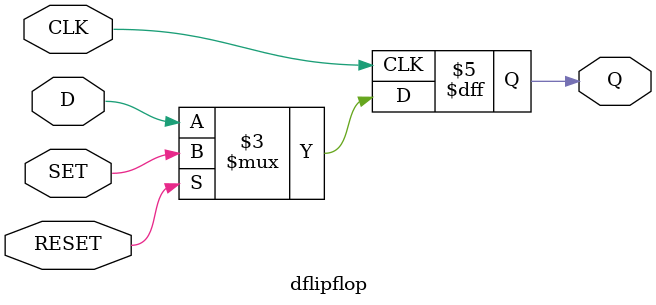
<source format=v>
`timescale 1ns / 1ps
module dflipflop(
	input D,
	input RESET,
	input SET,
	input CLK,
	output reg Q
    );
	
	always @ (posedge CLK) begin
		if (RESET) Q <= SET;
		else Q <= D;
	end
endmodule

</source>
